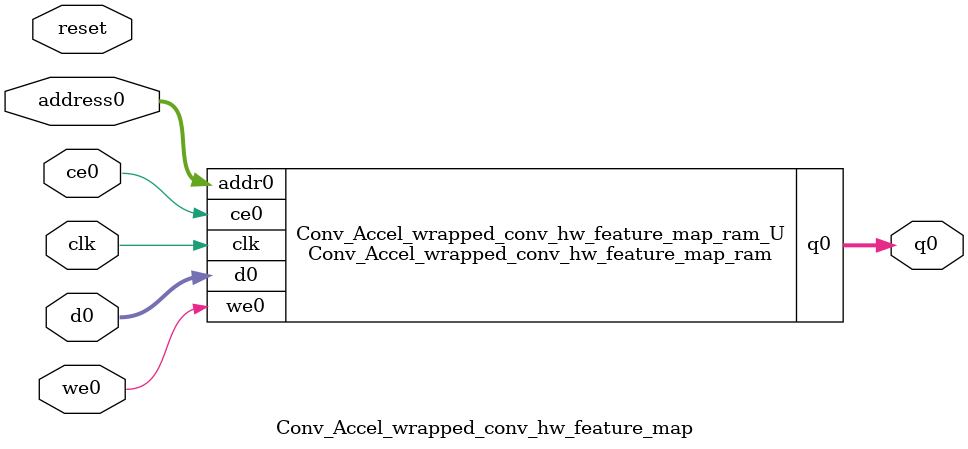
<source format=v>

`timescale 1 ns / 1 ps
module Conv_Accel_wrapped_conv_hw_feature_map_ram (addr0, ce0, d0, we0, q0,  clk);

parameter DWIDTH = 32;
parameter AWIDTH = 12;
parameter MEM_SIZE = 4000;

input[AWIDTH-1:0] addr0;
input ce0;
input[DWIDTH-1:0] d0;
input we0;
output reg[DWIDTH-1:0] q0;
input clk;

(* ram_style = "block" *)reg [DWIDTH-1:0] ram[MEM_SIZE-1:0];




always @(posedge clk)  
begin 
    if (ce0) 
    begin
        if (we0) 
        begin 
            ram[addr0] <= d0; 
            q0 <= d0;
        end 
        else 
            q0 <= ram[addr0];
    end
end


endmodule


`timescale 1 ns / 1 ps
module Conv_Accel_wrapped_conv_hw_feature_map(
    reset,
    clk,
    address0,
    ce0,
    we0,
    d0,
    q0);

parameter DataWidth = 32'd32;
parameter AddressRange = 32'd4000;
parameter AddressWidth = 32'd12;
input reset;
input clk;
input[AddressWidth - 1:0] address0;
input ce0;
input we0;
input[DataWidth - 1:0] d0;
output[DataWidth - 1:0] q0;



Conv_Accel_wrapped_conv_hw_feature_map_ram Conv_Accel_wrapped_conv_hw_feature_map_ram_U(
    .clk( clk ),
    .addr0( address0 ),
    .ce0( ce0 ),
    .d0( d0 ),
    .we0( we0 ),
    .q0( q0 ));

endmodule


</source>
